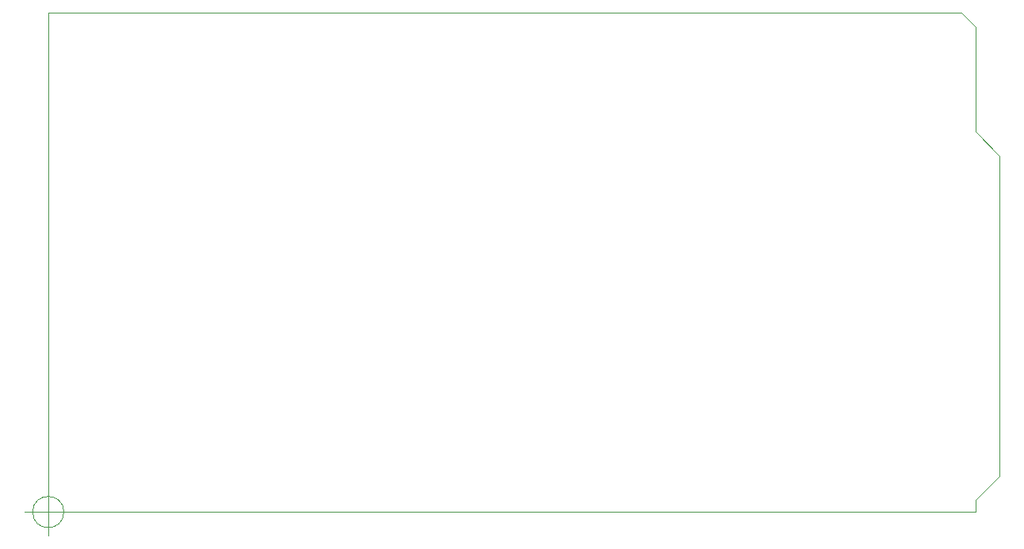
<source format=gm1>
G04 #@! TF.FileFunction,Profile,NP*
%FSLAX46Y46*%
G04 Gerber Fmt 4.6, Leading zero omitted, Abs format (unit mm)*
G04 Created by KiCad (PCBNEW 4.0.7-e1-6374~58~ubuntu14.04.1) date Sat Jan 27 07:15:51 2018*
%MOMM*%
%LPD*%
G01*
G04 APERTURE LIST*
%ADD10C,0.100000*%
G04 APERTURE END LIST*
D10*
X190000000Y-113575000D02*
X189975000Y-113575000D01*
X190000000Y-112300000D02*
X190000000Y-113575000D01*
X192525000Y-109775000D02*
X190000000Y-112300000D01*
X192525000Y-75500000D02*
X192525000Y-109775000D01*
X189975000Y-72950000D02*
X192525000Y-75500000D01*
X189975000Y-61775000D02*
X189975000Y-72950000D01*
X188450000Y-60250000D02*
X189975000Y-61775000D01*
X90950000Y-60250000D02*
X188450000Y-60250000D01*
X90950000Y-113575000D02*
X90950000Y-60250000D01*
X189975000Y-113575000D02*
X90950000Y-113575000D01*
X92606666Y-113580000D02*
G75*
G03X92606666Y-113580000I-1666666J0D01*
G01*
X88440000Y-113580000D02*
X93440000Y-113580000D01*
X90940000Y-111080000D02*
X90940000Y-116080000D01*
M02*

</source>
